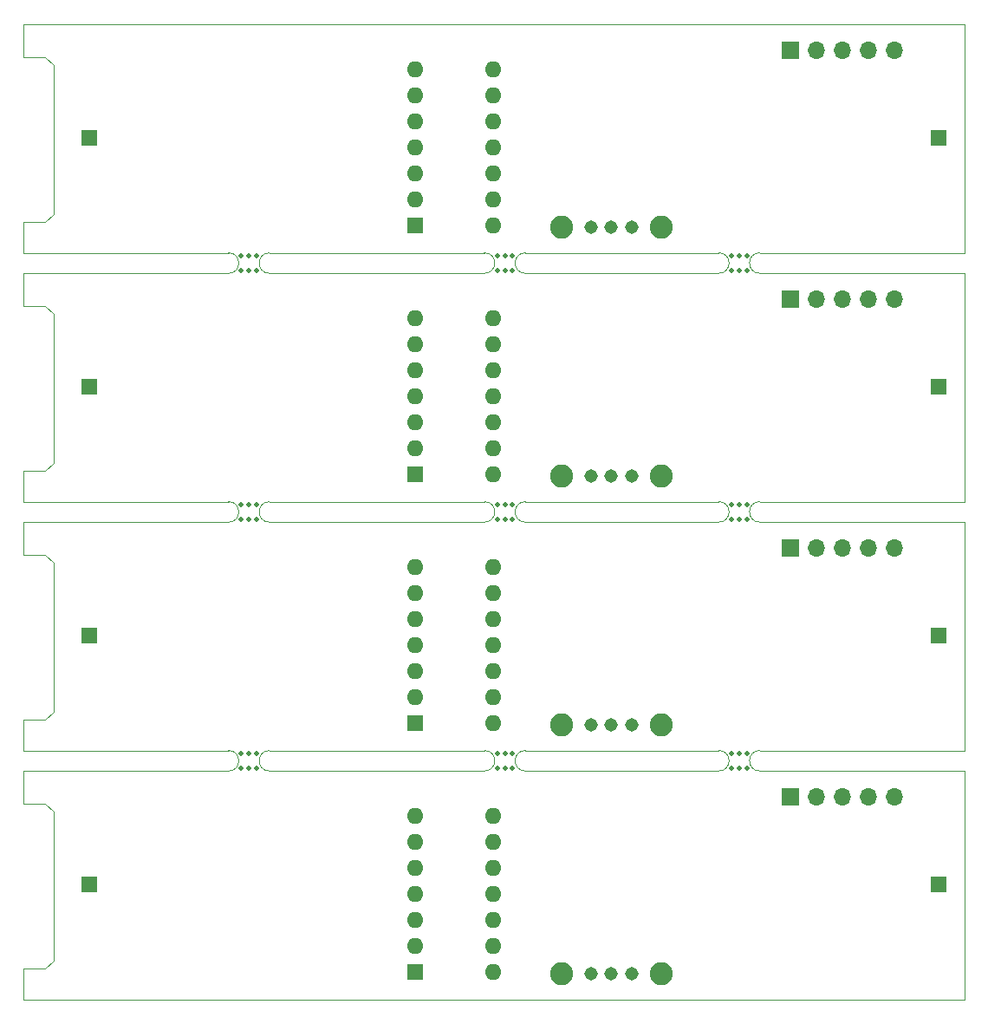
<source format=gbr>
%TF.GenerationSoftware,KiCad,Pcbnew,5.1.12-84ad8e8a86~92~ubuntu18.04.1*%
%TF.CreationDate,2021-11-12T09:30:33+01:00*%
%TF.ProjectId,window-sensor,77696e64-6f77-42d7-9365-6e736f722e6b,rev?*%
%TF.SameCoordinates,PX5dd7700PY8ec3da0*%
%TF.FileFunction,Soldermask,Bot*%
%TF.FilePolarity,Negative*%
%FSLAX46Y46*%
G04 Gerber Fmt 4.6, Leading zero omitted, Abs format (unit mm)*
G04 Created by KiCad (PCBNEW 5.1.12-84ad8e8a86~92~ubuntu18.04.1) date 2021-11-12 09:30:33*
%MOMM*%
%LPD*%
G01*
G04 APERTURE LIST*
%TA.AperFunction,Profile*%
%ADD10C,0.050000*%
%TD*%
%ADD11C,2.250000*%
%ADD12C,1.308000*%
%ADD13C,0.500000*%
%ADD14O,1.600000X1.600000*%
%ADD15R,1.600000X1.600000*%
%ADD16R,1.700000X1.700000*%
%ADD17O,1.700000X1.700000*%
%ADD18R,1.500000X1.500000*%
G04 APERTURE END LIST*
D10*
X74900000Y1800000D02*
X78900000Y1800000D01*
X52000000Y1800000D02*
X56000000Y1800000D01*
X27000000Y1800000D02*
X31000000Y1800000D01*
X74900000Y97000000D02*
X78900000Y97000000D01*
X52000000Y97000000D02*
X56000000Y97000000D01*
X27000000Y97000000D02*
X31000000Y97000000D01*
X9100000Y20900000D02*
X9900000Y20100000D01*
X9100000Y45200000D02*
X9900000Y44400000D01*
X9100000Y69500000D02*
X9900000Y68700000D01*
X27000000Y26100000D02*
G75*
G02*
X27000000Y24100000I0J-1000000D01*
G01*
X27000000Y50400000D02*
G75*
G02*
X27000000Y48400000I0J-1000000D01*
G01*
X52000000Y26100000D02*
G75*
G02*
X52000000Y24100000I0J-1000000D01*
G01*
X52000000Y50400000D02*
G75*
G02*
X52000000Y48400000I0J-1000000D01*
G01*
X78900000Y24100000D02*
G75*
G02*
X78900000Y26100000I0J1000000D01*
G01*
X78900000Y48400000D02*
G75*
G02*
X78900000Y50400000I0J1000000D01*
G01*
X56000000Y1800000D02*
X74900000Y1800000D01*
X56000000Y26100000D02*
X74900000Y26100000D01*
X56000000Y50400000D02*
X74900000Y50400000D01*
X7000000Y4800000D02*
X7000000Y1800000D01*
X7000000Y29100000D02*
X7000000Y26100000D01*
X7000000Y53400000D02*
X7000000Y50400000D01*
X74900000Y26100000D02*
G75*
G02*
X74900000Y24100000I0J-1000000D01*
G01*
X74900000Y50400000D02*
G75*
G02*
X74900000Y48400000I0J-1000000D01*
G01*
X56000000Y24100000D02*
G75*
G02*
X56000000Y26100000I0J1000000D01*
G01*
X56000000Y48400000D02*
G75*
G02*
X56000000Y50400000I0J1000000D01*
G01*
X31000000Y1800000D02*
X52000000Y1800000D01*
X31000000Y26100000D02*
X52000000Y26100000D01*
X31000000Y50400000D02*
X52000000Y50400000D01*
X9100000Y4800000D02*
X9900000Y5600000D01*
X9100000Y29100000D02*
X9900000Y29900000D01*
X9100000Y53400000D02*
X9900000Y54200000D01*
X31000000Y24100000D02*
X52000000Y24100000D01*
X31000000Y48400000D02*
X52000000Y48400000D01*
X31000000Y72700000D02*
X52000000Y72700000D01*
X9900000Y20100000D02*
X9900000Y5600000D01*
X9900000Y44400000D02*
X9900000Y29900000D01*
X9900000Y68700000D02*
X9900000Y54200000D01*
X31000000Y24100000D02*
G75*
G02*
X31000000Y26100000I0J1000000D01*
G01*
X31000000Y48400000D02*
G75*
G02*
X31000000Y50400000I0J1000000D01*
G01*
X98900000Y24100000D02*
X78900000Y24100000D01*
X98900000Y48400000D02*
X78900000Y48400000D01*
X98900000Y72700000D02*
X78900000Y72700000D01*
X98900000Y1800000D02*
X98900000Y24100000D01*
X98900000Y26100000D02*
X98900000Y48400000D01*
X98900000Y50400000D02*
X98900000Y72700000D01*
X9100000Y4800000D02*
X7000000Y4800000D01*
X9100000Y29100000D02*
X7000000Y29100000D01*
X9100000Y53400000D02*
X7000000Y53400000D01*
X7000000Y20900000D02*
X7000000Y24100000D01*
X7000000Y45200000D02*
X7000000Y48400000D01*
X7000000Y69500000D02*
X7000000Y72700000D01*
X98900000Y1800000D02*
X78900000Y1800000D01*
X98900000Y26100000D02*
X78900000Y26100000D01*
X98900000Y50400000D02*
X78900000Y50400000D01*
X7000000Y24100000D02*
X27000000Y24100000D01*
X7000000Y48400000D02*
X27000000Y48400000D01*
X7000000Y72700000D02*
X27000000Y72700000D01*
X7000000Y20900000D02*
X9100000Y20900000D01*
X7000000Y45200000D02*
X9100000Y45200000D01*
X7000000Y69500000D02*
X9100000Y69500000D01*
X74900000Y24100000D02*
X56000000Y24100000D01*
X74900000Y48400000D02*
X56000000Y48400000D01*
X74900000Y72700000D02*
X56000000Y72700000D01*
X7000000Y1800000D02*
X27000000Y1800000D01*
X7000000Y26100000D02*
X27000000Y26100000D01*
X7000000Y50400000D02*
X27000000Y50400000D01*
X27000000Y74700000D02*
G75*
G02*
X27000000Y72700000I0J-1000000D01*
G01*
X31000000Y72700000D02*
G75*
G02*
X31000000Y74700000I0J1000000D01*
G01*
X52000000Y74700000D02*
G75*
G02*
X52000000Y72700000I0J-1000000D01*
G01*
X56000000Y72700000D02*
G75*
G02*
X56000000Y74700000I0J1000000D01*
G01*
X74900000Y74700000D02*
G75*
G02*
X74900000Y72700000I0J-1000000D01*
G01*
X78900000Y72700000D02*
G75*
G02*
X78900000Y74700000I0J1000000D01*
G01*
X98900000Y74700000D02*
X78900000Y74700000D01*
X56000000Y74700000D02*
X74900000Y74700000D01*
X31000000Y74700000D02*
X52000000Y74700000D01*
X7000000Y74700000D02*
X27000000Y74700000D01*
X74900000Y97000000D02*
X56000000Y97000000D01*
X31000000Y97000000D02*
X52000000Y97000000D01*
X98900000Y97000000D02*
X78900000Y97000000D01*
X7000000Y97000000D02*
X27000000Y97000000D01*
X98900000Y74700000D02*
X98900000Y97000000D01*
X7000000Y77700000D02*
X7000000Y74700000D01*
X7000000Y93800000D02*
X7000000Y97000000D01*
X9100000Y93800000D02*
X9900000Y93000000D01*
X9100000Y77700000D02*
X9900000Y78500000D01*
X9100000Y77700000D02*
X7000000Y77700000D01*
X9900000Y93000000D02*
X9900000Y78500000D01*
X7000000Y93800000D02*
X9100000Y93800000D01*
D11*
%TO.C,S1*%
X59550000Y4300000D03*
X69250000Y4300000D03*
D12*
X62400000Y4300000D03*
X66400000Y4300000D03*
X64400000Y4300000D03*
%TD*%
D11*
%TO.C,S1*%
X59550000Y28600000D03*
X69250000Y28600000D03*
D12*
X62400000Y28600000D03*
X66400000Y28600000D03*
X64400000Y28600000D03*
%TD*%
D11*
%TO.C,S1*%
X59550000Y52900000D03*
X69250000Y52900000D03*
D12*
X62400000Y52900000D03*
X66400000Y52900000D03*
X64400000Y52900000D03*
%TD*%
D13*
%TO.C,mouse-bite-2mm-slot*%
X76900000Y25850000D03*
X76900000Y24350000D03*
X77650000Y25850000D03*
X76150000Y25850000D03*
X76150000Y24350000D03*
X77650000Y24350000D03*
%TD*%
%TO.C,mouse-bite-2mm-slot*%
X76900000Y50150000D03*
X76900000Y48650000D03*
X77650000Y50150000D03*
X76150000Y50150000D03*
X76150000Y48650000D03*
X77650000Y48650000D03*
%TD*%
D14*
%TO.C,U3*%
X45200000Y19700000D03*
X52820000Y4460000D03*
X45200000Y17160000D03*
X52820000Y7000000D03*
X45200000Y14620000D03*
X52820000Y9540000D03*
X45200000Y12080000D03*
X52820000Y12080000D03*
X45200000Y9540000D03*
X52820000Y14620000D03*
X45200000Y7000000D03*
X52820000Y17160000D03*
D15*
X45200000Y4460000D03*
D14*
X52820000Y19700000D03*
%TD*%
%TO.C,U3*%
X45200000Y44000000D03*
X52820000Y28760000D03*
X45200000Y41460000D03*
X52820000Y31300000D03*
X45200000Y38920000D03*
X52820000Y33840000D03*
X45200000Y36380000D03*
X52820000Y36380000D03*
X45200000Y33840000D03*
X52820000Y38920000D03*
X45200000Y31300000D03*
X52820000Y41460000D03*
D15*
X45200000Y28760000D03*
D14*
X52820000Y44000000D03*
%TD*%
%TO.C,U3*%
X45200000Y68300000D03*
X52820000Y53060000D03*
X45200000Y65760000D03*
X52820000Y55600000D03*
X45200000Y63220000D03*
X52820000Y58140000D03*
X45200000Y60680000D03*
X52820000Y60680000D03*
X45200000Y58140000D03*
X52820000Y63220000D03*
X45200000Y55600000D03*
X52820000Y65760000D03*
D15*
X45200000Y53060000D03*
D14*
X52820000Y68300000D03*
%TD*%
D16*
%TO.C,J1*%
X81900000Y21600000D03*
D17*
X84440000Y21600000D03*
X86980000Y21600000D03*
X89520000Y21600000D03*
X92060000Y21600000D03*
%TD*%
D16*
%TO.C,J1*%
X81900000Y45900000D03*
D17*
X84440000Y45900000D03*
X86980000Y45900000D03*
X89520000Y45900000D03*
X92060000Y45900000D03*
%TD*%
D16*
%TO.C,J1*%
X81900000Y70200000D03*
D17*
X84440000Y70200000D03*
X86980000Y70200000D03*
X89520000Y70200000D03*
X92060000Y70200000D03*
%TD*%
D18*
%TO.C,3V7*%
X96400000Y13000000D03*
%TD*%
%TO.C,3V7*%
X96400000Y37300000D03*
%TD*%
%TO.C,3V7*%
X96400000Y61600000D03*
%TD*%
%TO.C,GND*%
X13400000Y13000000D03*
%TD*%
%TO.C,GND*%
X13400000Y37300000D03*
%TD*%
%TO.C,GND*%
X13400000Y61600000D03*
%TD*%
D13*
%TO.C,mouse-bite-2mm-slot*%
X54000000Y25850000D03*
X54000000Y24350000D03*
X54750000Y25850000D03*
X53250000Y25850000D03*
X53250000Y24350000D03*
X54750000Y24350000D03*
%TD*%
%TO.C,mouse-bite-2mm-slot*%
X54000000Y50150000D03*
X54000000Y48650000D03*
X54750000Y50150000D03*
X53250000Y50150000D03*
X53250000Y48650000D03*
X54750000Y48650000D03*
%TD*%
%TO.C,mouse-bite-2mm-slot*%
X29000000Y25850000D03*
X29000000Y24350000D03*
X29750000Y25850000D03*
X28250000Y25850000D03*
X28250000Y24350000D03*
X29750000Y24350000D03*
%TD*%
%TO.C,mouse-bite-2mm-slot*%
X29000000Y50150000D03*
X29000000Y48650000D03*
X29750000Y50150000D03*
X28250000Y50150000D03*
X28250000Y48650000D03*
X29750000Y48650000D03*
%TD*%
%TO.C,mouse-bite-2mm-slot*%
X77650000Y72950000D03*
X76150000Y72950000D03*
X76150000Y74450000D03*
X77650000Y74450000D03*
X76900000Y72950000D03*
X76900000Y74450000D03*
%TD*%
%TO.C,mouse-bite-2mm-slot*%
X54750000Y72950000D03*
X53250000Y72950000D03*
X53250000Y74450000D03*
X54750000Y74450000D03*
X54000000Y72950000D03*
X54000000Y74450000D03*
%TD*%
%TO.C,mouse-bite-2mm-slot*%
X29750000Y72950000D03*
X28250000Y72950000D03*
X28250000Y74450000D03*
X29750000Y74450000D03*
X29000000Y72950000D03*
X29000000Y74450000D03*
%TD*%
D18*
%TO.C,GND*%
X13400000Y85900000D03*
%TD*%
%TO.C,3V7*%
X96400000Y85900000D03*
%TD*%
D14*
%TO.C,U3*%
X52820000Y92600000D03*
D15*
X45200000Y77360000D03*
D14*
X52820000Y90060000D03*
X45200000Y79900000D03*
X52820000Y87520000D03*
X45200000Y82440000D03*
X52820000Y84980000D03*
X45200000Y84980000D03*
X52820000Y82440000D03*
X45200000Y87520000D03*
X52820000Y79900000D03*
X45200000Y90060000D03*
X52820000Y77360000D03*
X45200000Y92600000D03*
%TD*%
D17*
%TO.C,J1*%
X92060000Y94500000D03*
X89520000Y94500000D03*
X86980000Y94500000D03*
X84440000Y94500000D03*
D16*
X81900000Y94500000D03*
%TD*%
D12*
%TO.C,S1*%
X64400000Y77200000D03*
X66400000Y77200000D03*
X62400000Y77200000D03*
D11*
X69250000Y77200000D03*
X59550000Y77200000D03*
%TD*%
M02*

</source>
